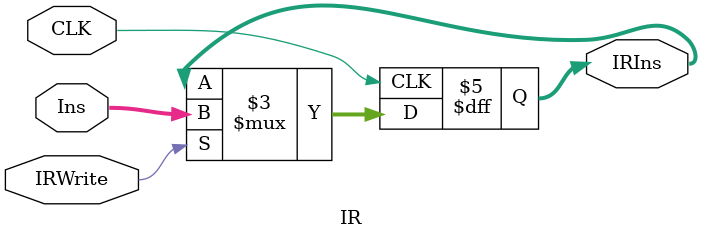
<source format=v>
`timescale 1ns / 1ps


module IR(
        input [31:0] Ins,
        input CLK,
        input IRWrite,
        output reg[31:0] IRIns
    );
    
initial 
    begin
        IRIns = 0;
    end
    
always@(posedge CLK)
    begin
        if(IRWrite)
            IRIns <= Ins;
    end
     
endmodule
</source>
